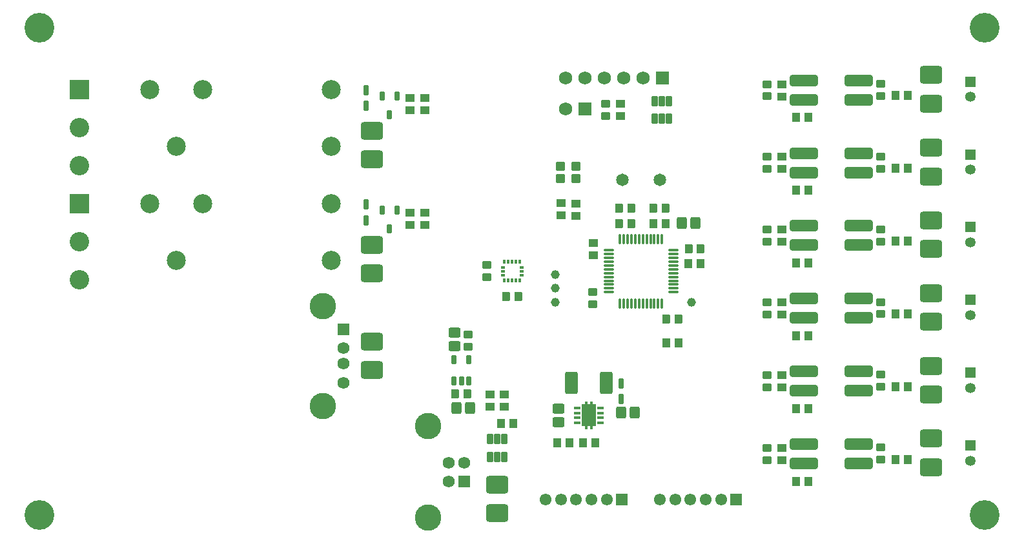
<source format=gts>
G04*
G04 #@! TF.GenerationSoftware,Altium Limited,Altium Designer,22.10.1 (41)*
G04*
G04 Layer_Color=8388736*
%FSLAX43Y43*%
%MOMM*%
G71*
G04*
G04 #@! TF.SameCoordinates,B95FFBA6-6113-45C9-A07F-A258FB423046*
G04*
G04*
G04 #@! TF.FilePolarity,Negative*
G04*
G01*
G75*
G04:AMPARAMS|DCode=17|XSize=0.38mm|YSize=1.3mm|CornerRadius=0.12mm|HoleSize=0mm|Usage=FLASHONLY|Rotation=0.000|XOffset=0mm|YOffset=0mm|HoleType=Round|Shape=RoundedRectangle|*
%AMROUNDEDRECTD17*
21,1,0.380,1.060,0,0,0.0*
21,1,0.140,1.300,0,0,0.0*
1,1,0.240,0.070,-0.530*
1,1,0.240,-0.070,-0.530*
1,1,0.240,-0.070,0.530*
1,1,0.240,0.070,0.530*
%
%ADD17ROUNDEDRECTD17*%
G04:AMPARAMS|DCode=18|XSize=0.38mm|YSize=1.3mm|CornerRadius=0.12mm|HoleSize=0mm|Usage=FLASHONLY|Rotation=270.000|XOffset=0mm|YOffset=0mm|HoleType=Round|Shape=RoundedRectangle|*
%AMROUNDEDRECTD18*
21,1,0.380,1.060,0,0,270.0*
21,1,0.140,1.300,0,0,270.0*
1,1,0.240,-0.530,-0.070*
1,1,0.240,-0.530,0.070*
1,1,0.240,0.530,0.070*
1,1,0.240,0.530,-0.070*
%
%ADD18ROUNDEDRECTD18*%
%ADD19R,0.330X0.530*%
%ADD20R,1.900X2.840*%
G04:AMPARAMS|DCode=21|XSize=0.84mm|YSize=0.42mm|CornerRadius=0.063mm|HoleSize=0mm|Usage=FLASHONLY|Rotation=180.000|XOffset=0mm|YOffset=0mm|HoleType=Round|Shape=RoundedRectangle|*
%AMROUNDEDRECTD21*
21,1,0.840,0.294,0,0,180.0*
21,1,0.714,0.420,0,0,180.0*
1,1,0.126,-0.357,0.147*
1,1,0.126,0.357,0.147*
1,1,0.126,0.357,-0.147*
1,1,0.126,-0.357,-0.147*
%
%ADD21ROUNDEDRECTD21*%
%ADD22R,0.550X0.390*%
%ADD23R,0.390X0.550*%
G04:AMPARAMS|DCode=24|XSize=1.152mm|YSize=1.252mm|CornerRadius=0.201mm|HoleSize=0mm|Usage=FLASHONLY|Rotation=90.000|XOffset=0mm|YOffset=0mm|HoleType=Round|Shape=RoundedRectangle|*
%AMROUNDEDRECTD24*
21,1,1.152,0.850,0,0,90.0*
21,1,0.750,1.252,0,0,90.0*
1,1,0.402,0.425,0.375*
1,1,0.402,0.425,-0.375*
1,1,0.402,-0.425,-0.375*
1,1,0.402,-0.425,0.375*
%
%ADD24ROUNDEDRECTD24*%
G04:AMPARAMS|DCode=25|XSize=0.782mm|YSize=1.392mm|CornerRadius=0.155mm|HoleSize=0mm|Usage=FLASHONLY|Rotation=180.000|XOffset=0mm|YOffset=0mm|HoleType=Round|Shape=RoundedRectangle|*
%AMROUNDEDRECTD25*
21,1,0.782,1.083,0,0,180.0*
21,1,0.472,1.392,0,0,180.0*
1,1,0.310,-0.236,0.541*
1,1,0.310,0.236,0.541*
1,1,0.310,0.236,-0.541*
1,1,0.310,-0.236,-0.541*
%
%ADD25ROUNDEDRECTD25*%
%ADD26C,1.152*%
G04:AMPARAMS|DCode=27|XSize=1.452mm|YSize=3.652mm|CornerRadius=0.239mm|HoleSize=0mm|Usage=FLASHONLY|Rotation=270.000|XOffset=0mm|YOffset=0mm|HoleType=Round|Shape=RoundedRectangle|*
%AMROUNDEDRECTD27*
21,1,1.452,3.175,0,0,270.0*
21,1,0.975,3.652,0,0,270.0*
1,1,0.477,-1.588,-0.488*
1,1,0.477,-1.588,0.488*
1,1,0.477,1.588,0.488*
1,1,0.477,1.588,-0.488*
%
%ADD27ROUNDEDRECTD27*%
G04:AMPARAMS|DCode=28|XSize=0.752mm|YSize=1.202mm|CornerRadius=0.151mm|HoleSize=0mm|Usage=FLASHONLY|Rotation=180.000|XOffset=0mm|YOffset=0mm|HoleType=Round|Shape=RoundedRectangle|*
%AMROUNDEDRECTD28*
21,1,0.752,0.900,0,0,180.0*
21,1,0.450,1.202,0,0,180.0*
1,1,0.302,-0.225,0.450*
1,1,0.302,0.225,0.450*
1,1,0.302,0.225,-0.450*
1,1,0.302,-0.225,-0.450*
%
%ADD28ROUNDEDRECTD28*%
G04:AMPARAMS|DCode=29|XSize=1.412mm|YSize=0.732mm|CornerRadius=0.149mm|HoleSize=0mm|Usage=FLASHONLY|Rotation=270.000|XOffset=0mm|YOffset=0mm|HoleType=Round|Shape=RoundedRectangle|*
%AMROUNDEDRECTD29*
21,1,1.412,0.435,0,0,270.0*
21,1,1.115,0.732,0,0,270.0*
1,1,0.297,-0.217,-0.558*
1,1,0.297,-0.217,0.558*
1,1,0.297,0.217,0.558*
1,1,0.297,0.217,-0.558*
%
%ADD29ROUNDEDRECTD29*%
G04:AMPARAMS|DCode=30|XSize=1.552mm|YSize=1.302mm|CornerRadius=0.22mm|HoleSize=0mm|Usage=FLASHONLY|Rotation=270.000|XOffset=0mm|YOffset=0mm|HoleType=Round|Shape=RoundedRectangle|*
%AMROUNDEDRECTD30*
21,1,1.552,0.863,0,0,270.0*
21,1,1.113,1.302,0,0,270.0*
1,1,0.440,-0.431,-0.556*
1,1,0.440,-0.431,0.556*
1,1,0.440,0.431,0.556*
1,1,0.440,0.431,-0.556*
%
%ADD30ROUNDEDRECTD30*%
G04:AMPARAMS|DCode=31|XSize=1.552mm|YSize=1.302mm|CornerRadius=0.22mm|HoleSize=0mm|Usage=FLASHONLY|Rotation=180.000|XOffset=0mm|YOffset=0mm|HoleType=Round|Shape=RoundedRectangle|*
%AMROUNDEDRECTD31*
21,1,1.552,0.863,0,0,180.0*
21,1,1.113,1.302,0,0,180.0*
1,1,0.440,-0.556,0.431*
1,1,0.440,0.556,0.431*
1,1,0.440,0.556,-0.431*
1,1,0.440,-0.556,-0.431*
%
%ADD31ROUNDEDRECTD31*%
G04:AMPARAMS|DCode=32|XSize=1.652mm|YSize=2.952mm|CornerRadius=0.264mm|HoleSize=0mm|Usage=FLASHONLY|Rotation=0.000|XOffset=0mm|YOffset=0mm|HoleType=Round|Shape=RoundedRectangle|*
%AMROUNDEDRECTD32*
21,1,1.652,2.425,0,0,0.0*
21,1,1.125,2.952,0,0,0.0*
1,1,0.527,0.563,-1.212*
1,1,0.527,-0.563,-1.212*
1,1,0.527,-0.563,1.212*
1,1,0.527,0.563,1.212*
%
%ADD32ROUNDEDRECTD32*%
G04:AMPARAMS|DCode=33|XSize=2.895mm|YSize=2.311mm|CornerRadius=0.346mm|HoleSize=0mm|Usage=FLASHONLY|Rotation=180.000|XOffset=0mm|YOffset=0mm|HoleType=Round|Shape=RoundedRectangle|*
%AMROUNDEDRECTD33*
21,1,2.895,1.619,0,0,180.0*
21,1,2.203,2.311,0,0,180.0*
1,1,0.692,-1.102,0.810*
1,1,0.692,1.102,0.810*
1,1,0.692,1.102,-0.810*
1,1,0.692,-1.102,-0.810*
%
%ADD33ROUNDEDRECTD33*%
G04:AMPARAMS|DCode=34|XSize=1.072mm|YSize=1.232mm|CornerRadius=0.191mm|HoleSize=0mm|Usage=FLASHONLY|Rotation=270.000|XOffset=0mm|YOffset=0mm|HoleType=Round|Shape=RoundedRectangle|*
%AMROUNDEDRECTD34*
21,1,1.072,0.850,0,0,270.0*
21,1,0.690,1.232,0,0,270.0*
1,1,0.382,-0.425,-0.345*
1,1,0.382,-0.425,0.345*
1,1,0.382,0.425,0.345*
1,1,0.382,0.425,-0.345*
%
%ADD34ROUNDEDRECTD34*%
G04:AMPARAMS|DCode=35|XSize=1.072mm|YSize=1.232mm|CornerRadius=0.191mm|HoleSize=0mm|Usage=FLASHONLY|Rotation=180.000|XOffset=0mm|YOffset=0mm|HoleType=Round|Shape=RoundedRectangle|*
%AMROUNDEDRECTD35*
21,1,1.072,0.850,0,0,180.0*
21,1,0.690,1.232,0,0,180.0*
1,1,0.382,-0.345,0.425*
1,1,0.382,0.345,0.425*
1,1,0.382,0.345,-0.425*
1,1,0.382,-0.345,-0.425*
%
%ADD35ROUNDEDRECTD35*%
G04:AMPARAMS|DCode=36|XSize=0.752mm|YSize=1.152mm|CornerRadius=0.151mm|HoleSize=0mm|Usage=FLASHONLY|Rotation=0.000|XOffset=0mm|YOffset=0mm|HoleType=Round|Shape=RoundedRectangle|*
%AMROUNDEDRECTD36*
21,1,0.752,0.850,0,0,0.0*
21,1,0.450,1.152,0,0,0.0*
1,1,0.302,0.225,-0.425*
1,1,0.302,-0.225,-0.425*
1,1,0.302,-0.225,0.425*
1,1,0.302,0.225,0.425*
%
%ADD36ROUNDEDRECTD36*%
G04:AMPARAMS|DCode=37|XSize=1.092mm|YSize=1.182mm|CornerRadius=0.194mm|HoleSize=0mm|Usage=FLASHONLY|Rotation=90.000|XOffset=0mm|YOffset=0mm|HoleType=Round|Shape=RoundedRectangle|*
%AMROUNDEDRECTD37*
21,1,1.092,0.795,0,0,90.0*
21,1,0.705,1.182,0,0,90.0*
1,1,0.387,0.398,0.353*
1,1,0.387,0.398,-0.353*
1,1,0.387,-0.398,-0.353*
1,1,0.387,-0.398,0.353*
%
%ADD37ROUNDEDRECTD37*%
G04:AMPARAMS|DCode=38|XSize=1.092mm|YSize=1.182mm|CornerRadius=0.194mm|HoleSize=0mm|Usage=FLASHONLY|Rotation=0.000|XOffset=0mm|YOffset=0mm|HoleType=Round|Shape=RoundedRectangle|*
%AMROUNDEDRECTD38*
21,1,1.092,0.795,0,0,0.0*
21,1,0.705,1.182,0,0,0.0*
1,1,0.387,0.353,-0.398*
1,1,0.387,-0.353,-0.398*
1,1,0.387,-0.353,0.398*
1,1,0.387,0.353,0.398*
%
%ADD38ROUNDEDRECTD38*%
%ADD39C,3.468*%
%ADD40C,1.580*%
%ADD41R,1.580X1.580*%
%ADD42C,1.752*%
%ADD43R,1.752X1.752*%
%ADD44C,2.552*%
%ADD45R,2.552X2.552*%
%ADD46C,2.500*%
%ADD47C,3.900*%
%ADD48R,1.352X1.352*%
%ADD49C,1.352*%
%ADD50C,1.552*%
%ADD51R,1.552X1.552*%
%ADD52C,1.652*%
D17*
X19657Y4250D02*
D03*
X19157D02*
D03*
X18657D02*
D03*
X18157D02*
D03*
X17657D02*
D03*
X17157D02*
D03*
X16657D02*
D03*
X16157D02*
D03*
X15657D02*
D03*
X15157D02*
D03*
X14657D02*
D03*
X14157D02*
D03*
Y-4250D02*
D03*
X14657D02*
D03*
X15157D02*
D03*
X15657D02*
D03*
X16157D02*
D03*
X16657D02*
D03*
X17157D02*
D03*
X17657D02*
D03*
X18157D02*
D03*
X18657D02*
D03*
X19157D02*
D03*
X19657D02*
D03*
D18*
X12657Y2750D02*
D03*
Y2250D02*
D03*
Y1750D02*
D03*
Y1250D02*
D03*
Y750D02*
D03*
Y250D02*
D03*
Y-250D02*
D03*
Y-750D02*
D03*
Y-1250D02*
D03*
Y-1750D02*
D03*
Y-2250D02*
D03*
Y-2750D02*
D03*
X21157D02*
D03*
Y-2250D02*
D03*
Y-1750D02*
D03*
Y-1250D02*
D03*
Y-750D02*
D03*
Y-250D02*
D03*
Y250D02*
D03*
Y750D02*
D03*
Y1250D02*
D03*
Y1750D02*
D03*
Y2250D02*
D03*
Y2750D02*
D03*
D19*
X10387Y-20497D02*
D03*
X9738D02*
D03*
X10387Y-17378D02*
D03*
X9738D02*
D03*
D20*
X10062Y-18938D02*
D03*
D21*
X11583Y-17962D02*
D03*
Y-18612D02*
D03*
Y-19263D02*
D03*
Y-19913D02*
D03*
X8542D02*
D03*
Y-19263D02*
D03*
Y-18612D02*
D03*
Y-17962D02*
D03*
D22*
X1225Y-500D02*
D03*
Y0D02*
D03*
Y500D02*
D03*
X-1225D02*
D03*
Y0D02*
D03*
Y-500D02*
D03*
D23*
X1000Y1225D02*
D03*
X500D02*
D03*
X0D02*
D03*
X-500D02*
D03*
X-1000D02*
D03*
Y-1225D02*
D03*
X-500D02*
D03*
X0D02*
D03*
X500D02*
D03*
X1000D02*
D03*
D24*
X8400Y12174D02*
D03*
Y13774D02*
D03*
X6353Y13801D02*
D03*
Y12201D02*
D03*
D25*
X19626Y22347D02*
D03*
X18676Y20047D02*
D03*
X19626D02*
D03*
X20576D02*
D03*
Y22347D02*
D03*
X18676D02*
D03*
X-1946Y-24373D02*
D03*
X-996Y-22073D02*
D03*
X-1946D02*
D03*
X-2896D02*
D03*
Y-24373D02*
D03*
X-996D02*
D03*
D26*
X5700Y-4100D02*
D03*
X23506D02*
D03*
X5700Y-2250D02*
D03*
Y-400D02*
D03*
D27*
X38260Y25064D02*
D03*
Y22524D02*
D03*
X45485Y25064D02*
D03*
Y22524D02*
D03*
Y-15690D02*
D03*
Y-13150D02*
D03*
X38260Y-15690D02*
D03*
Y-13150D02*
D03*
X45485Y3417D02*
D03*
Y5957D02*
D03*
X38260Y3417D02*
D03*
Y5957D02*
D03*
X45485Y-6136D02*
D03*
Y-3596D02*
D03*
X38260Y-6136D02*
D03*
Y-3596D02*
D03*
Y15511D02*
D03*
Y12971D02*
D03*
X45485Y15511D02*
D03*
Y12971D02*
D03*
Y-25244D02*
D03*
Y-22704D02*
D03*
X38260Y-25244D02*
D03*
Y-22704D02*
D03*
D28*
X-7599Y-11625D02*
D03*
X-5699D02*
D03*
Y-14375D02*
D03*
X-6649D02*
D03*
X-7599D02*
D03*
D29*
X14262Y-14708D02*
D03*
Y-16767D02*
D03*
X-19150Y6709D02*
D03*
Y8769D02*
D03*
X-19150Y23769D02*
D03*
Y21709D02*
D03*
D30*
X14337Y-18538D02*
D03*
X16087D02*
D03*
X-5549Y-18000D02*
D03*
X-7299D02*
D03*
X22290Y6300D02*
D03*
X24040D02*
D03*
D31*
X6062Y-18062D02*
D03*
Y-19812D02*
D03*
X-7582Y-8050D02*
D03*
Y-9800D02*
D03*
D32*
X12312Y-14688D02*
D03*
X7812D02*
D03*
D33*
X-1946Y-28013D02*
D03*
Y-31773D02*
D03*
X-18350Y-300D02*
D03*
Y3460D02*
D03*
Y-13007D02*
D03*
Y-9247D02*
D03*
X-18350Y18460D02*
D03*
Y14700D02*
D03*
X54931Y-2878D02*
D03*
Y-6638D02*
D03*
Y25782D02*
D03*
Y22022D02*
D03*
Y6675D02*
D03*
Y2915D02*
D03*
Y12469D02*
D03*
Y16229D02*
D03*
Y-21986D02*
D03*
Y-25746D02*
D03*
Y-12432D02*
D03*
Y-16192D02*
D03*
D34*
X-1029Y-17829D02*
D03*
Y-16229D02*
D03*
X-2869Y-17829D02*
D03*
Y-16229D02*
D03*
X-11451Y7720D02*
D03*
Y6120D02*
D03*
X-13359Y7720D02*
D03*
Y6120D02*
D03*
X-11451Y21121D02*
D03*
Y22721D02*
D03*
X-13359Y21121D02*
D03*
Y22721D02*
D03*
X35353Y-13645D02*
D03*
Y-15245D02*
D03*
Y-4091D02*
D03*
Y-5691D02*
D03*
Y15016D02*
D03*
Y13416D02*
D03*
Y5462D02*
D03*
Y3862D02*
D03*
Y22969D02*
D03*
Y24569D02*
D03*
Y-23199D02*
D03*
Y-24799D02*
D03*
X8400Y8900D02*
D03*
Y7300D02*
D03*
X14250Y21997D02*
D03*
Y20397D02*
D03*
X6415Y8927D02*
D03*
Y7327D02*
D03*
X10624Y3712D02*
D03*
Y2112D02*
D03*
D35*
X-1408Y-20031D02*
D03*
X192D02*
D03*
X38884Y-8481D02*
D03*
X37284D02*
D03*
X38884Y10626D02*
D03*
X37284D02*
D03*
X50258Y23069D02*
D03*
X51858D02*
D03*
Y-5591D02*
D03*
X50258D02*
D03*
X38884Y1072D02*
D03*
X37284D02*
D03*
X50258Y3962D02*
D03*
X51858D02*
D03*
X37284Y20179D02*
D03*
X38884D02*
D03*
X51858Y13516D02*
D03*
X50258D02*
D03*
X38884Y-18035D02*
D03*
X37284D02*
D03*
X51858Y-24699D02*
D03*
X50258D02*
D03*
X38884Y-27588D02*
D03*
X37284D02*
D03*
X51858Y-15145D02*
D03*
X50258D02*
D03*
X10879Y-22538D02*
D03*
X9279D02*
D03*
X5936D02*
D03*
X7536D02*
D03*
X20219Y-9400D02*
D03*
X21819D02*
D03*
X20157Y6283D02*
D03*
X18557D02*
D03*
X24740Y959D02*
D03*
X23140D02*
D03*
D36*
X-16056Y5594D02*
D03*
X-17006Y7994D02*
D03*
X-15106D02*
D03*
X-15106Y22994D02*
D03*
X-17006D02*
D03*
X-16056Y20594D02*
D03*
D37*
X48374Y-15195D02*
D03*
Y-13595D02*
D03*
X33443Y-13641D02*
D03*
Y-15241D02*
D03*
Y-4087D02*
D03*
Y-5687D02*
D03*
Y13420D02*
D03*
Y15020D02*
D03*
X48374Y23019D02*
D03*
Y24619D02*
D03*
X33443Y24573D02*
D03*
Y22973D02*
D03*
X48374Y-5641D02*
D03*
Y-4041D02*
D03*
X33443Y5466D02*
D03*
Y3866D02*
D03*
X48374Y3912D02*
D03*
Y5512D02*
D03*
Y15066D02*
D03*
Y13466D02*
D03*
Y-24749D02*
D03*
Y-23149D02*
D03*
X33443Y-23195D02*
D03*
Y-24795D02*
D03*
X12250Y20422D02*
D03*
Y22022D02*
D03*
X-3325Y800D02*
D03*
Y-800D02*
D03*
X-5800Y-9950D02*
D03*
Y-8350D02*
D03*
X10599Y-2737D02*
D03*
Y-4337D02*
D03*
D38*
X-788Y-3325D02*
D03*
X812D02*
D03*
X-7449Y-16100D02*
D03*
X-5849D02*
D03*
X14070Y8300D02*
D03*
X15670D02*
D03*
Y6258D02*
D03*
X14070D02*
D03*
X23152Y2950D02*
D03*
X24752D02*
D03*
X20244Y-6258D02*
D03*
X21844D02*
D03*
X20157Y8300D02*
D03*
X18557D02*
D03*
D39*
X-10989Y-32395D02*
D03*
Y-20355D02*
D03*
X-24842Y-17697D02*
D03*
Y-4557D02*
D03*
D40*
X-8279Y-27625D02*
D03*
Y-25125D02*
D03*
X-6279D02*
D03*
X-22132Y-14627D02*
D03*
Y-12127D02*
D03*
Y-10127D02*
D03*
D41*
X-6279Y-27625D02*
D03*
X-22132Y-7627D02*
D03*
D42*
X6986Y21300D02*
D03*
X6990Y25390D02*
D03*
X9530D02*
D03*
X12070D02*
D03*
X14610D02*
D03*
X17150D02*
D03*
D43*
X9526Y21300D02*
D03*
X19690Y25390D02*
D03*
D44*
X-56759Y3894D02*
D03*
Y-1106D02*
D03*
X-56759Y13894D02*
D03*
Y18894D02*
D03*
D45*
X-56759Y8894D02*
D03*
X-56759Y23894D02*
D03*
D46*
X-47545Y8894D02*
D03*
X-40545D02*
D03*
X-44045Y1394D02*
D03*
X-23745Y8894D02*
D03*
Y1394D02*
D03*
X-23745Y16394D02*
D03*
Y23894D02*
D03*
X-44045Y16394D02*
D03*
X-40545Y23894D02*
D03*
X-47545D02*
D03*
D47*
X62000Y32000D02*
D03*
X-62000Y32000D02*
D03*
X62000Y-32000D02*
D03*
X-62000D02*
D03*
D48*
X60100Y15346D02*
D03*
Y5793D02*
D03*
Y-3761D02*
D03*
Y-13314D02*
D03*
Y24900D02*
D03*
Y-22868D02*
D03*
D49*
Y13346D02*
D03*
Y3793D02*
D03*
Y-5761D02*
D03*
Y-15314D02*
D03*
Y22900D02*
D03*
Y-24868D02*
D03*
D50*
X6400Y-30000D02*
D03*
X8400Y-30000D02*
D03*
X10400D02*
D03*
X12400D02*
D03*
X4400Y-30000D02*
D03*
X21400D02*
D03*
X23400Y-30000D02*
D03*
X25400D02*
D03*
X27400D02*
D03*
X19400Y-30000D02*
D03*
D51*
X14400Y-30000D02*
D03*
X29400D02*
D03*
D52*
X19347Y12000D02*
D03*
X14467D02*
D03*
M02*

</source>
